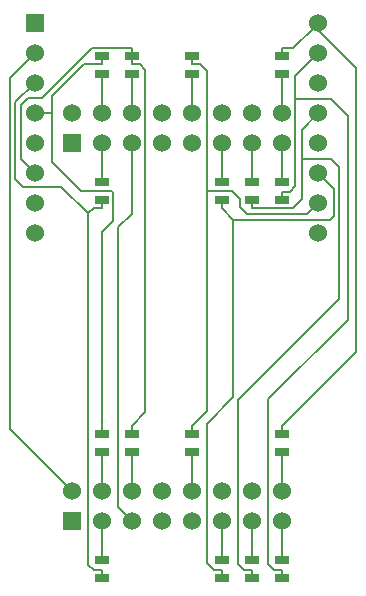
<source format=gtl>
G04 (created by PCBNEW-RS274X (2011-aug-04)-testing) date Wed 17 Apr 2013 04:19:54 PM PDT*
G01*
G70*
G90*
%MOIN*%
G04 Gerber Fmt 3.4, Leading zero omitted, Abs format*
%FSLAX34Y34*%
G04 APERTURE LIST*
%ADD10C,0.006000*%
%ADD11R,0.060000X0.060000*%
%ADD12C,0.060000*%
%ADD13R,0.045000X0.025000*%
%ADD14C,0.008000*%
G04 APERTURE END LIST*
G54D10*
G54D11*
X22799Y-39398D03*
G54D12*
X22799Y-38398D03*
X23799Y-39398D03*
X23799Y-38398D03*
X24799Y-39398D03*
X24799Y-38398D03*
X25799Y-39398D03*
X25799Y-38398D03*
X26799Y-39398D03*
X26799Y-38398D03*
X27799Y-39398D03*
X27799Y-38398D03*
X28799Y-39398D03*
X28799Y-38398D03*
X29799Y-39398D03*
X29799Y-38398D03*
G54D11*
X22799Y-26799D03*
G54D12*
X22799Y-25799D03*
X23799Y-26799D03*
X23799Y-25799D03*
X24799Y-26799D03*
X24799Y-25799D03*
X25799Y-26799D03*
X25799Y-25799D03*
X26799Y-26799D03*
X26799Y-25799D03*
X27799Y-26799D03*
X27799Y-25799D03*
X28799Y-26799D03*
X28799Y-25799D03*
X29799Y-26799D03*
X29799Y-25799D03*
X31023Y-29800D03*
X31023Y-28800D03*
X31023Y-27800D03*
X31023Y-26800D03*
X31023Y-25800D03*
X31023Y-24800D03*
X31023Y-23800D03*
X31023Y-22800D03*
G54D11*
X21574Y-22800D03*
G54D12*
X21574Y-23800D03*
X21574Y-24800D03*
X21574Y-25800D03*
X21574Y-26800D03*
X21574Y-27800D03*
X21574Y-28800D03*
X21574Y-29800D03*
G54D13*
X28800Y-40700D03*
X28800Y-41300D03*
X28800Y-28100D03*
X28800Y-28700D03*
X23800Y-40700D03*
X23800Y-41300D03*
X23800Y-28100D03*
X23800Y-28700D03*
X23800Y-37100D03*
X23800Y-36500D03*
X23800Y-24500D03*
X23800Y-23900D03*
X26800Y-37100D03*
X26800Y-36500D03*
X26800Y-24500D03*
X26800Y-23900D03*
X24800Y-37100D03*
X24800Y-36500D03*
X24800Y-24500D03*
X24800Y-23900D03*
X27800Y-40700D03*
X27800Y-41300D03*
X27800Y-28100D03*
X27800Y-28700D03*
X29800Y-40700D03*
X29800Y-41300D03*
X29800Y-28100D03*
X29800Y-28700D03*
X29800Y-37100D03*
X29800Y-36500D03*
X29800Y-24500D03*
X29800Y-23900D03*
G54D14*
X28799Y-40432D02*
X28799Y-39398D01*
X28800Y-40432D02*
X28799Y-40432D01*
X28800Y-40700D02*
X28800Y-40432D01*
X23799Y-27832D02*
X23799Y-26799D01*
X23800Y-27832D02*
X23799Y-27832D01*
X23800Y-28100D02*
X23800Y-27832D01*
X23799Y-24768D02*
X23799Y-25799D01*
X23800Y-24768D02*
X23799Y-24768D01*
X23800Y-24500D02*
X23800Y-24768D01*
X26799Y-24768D02*
X26799Y-25799D01*
X26800Y-24768D02*
X26799Y-24768D01*
X26800Y-24500D02*
X26800Y-24768D01*
X24799Y-24768D02*
X24799Y-25799D01*
X24800Y-24768D02*
X24799Y-24768D01*
X24800Y-24500D02*
X24800Y-24768D01*
X27799Y-27832D02*
X27799Y-26799D01*
X27800Y-27832D02*
X27799Y-27832D01*
X27800Y-28100D02*
X27800Y-27832D01*
X29799Y-27832D02*
X29799Y-26799D01*
X29800Y-27832D02*
X29799Y-27832D01*
X29800Y-28100D02*
X29800Y-27832D01*
X29799Y-24768D02*
X29799Y-25799D01*
X29800Y-24768D02*
X29799Y-24768D01*
X29800Y-24500D02*
X29800Y-24768D01*
X23799Y-40432D02*
X23799Y-39398D01*
X23800Y-40432D02*
X23799Y-40432D01*
X23800Y-40700D02*
X23800Y-40432D01*
X23799Y-37368D02*
X23799Y-38398D01*
X23800Y-37368D02*
X23799Y-37368D01*
X23800Y-37100D02*
X23800Y-37368D01*
X26799Y-37368D02*
X26799Y-38398D01*
X26800Y-37368D02*
X26799Y-37368D01*
X26800Y-37100D02*
X26800Y-37368D01*
X24799Y-37368D02*
X24799Y-38398D01*
X24800Y-37368D02*
X24799Y-37368D01*
X24800Y-37100D02*
X24800Y-37368D01*
X27799Y-40432D02*
X27799Y-39398D01*
X27800Y-40432D02*
X27799Y-40432D01*
X27800Y-40700D02*
X27800Y-40432D01*
X29799Y-40432D02*
X29799Y-39398D01*
X29800Y-40432D02*
X29799Y-40432D01*
X29800Y-40700D02*
X29800Y-40432D01*
X29799Y-37368D02*
X29799Y-38398D01*
X29800Y-37368D02*
X29799Y-37368D01*
X29800Y-37100D02*
X29800Y-37368D01*
X28799Y-27832D02*
X28799Y-26799D01*
X28800Y-27832D02*
X28799Y-27832D01*
X28800Y-28100D02*
X28800Y-27832D01*
X20744Y-36343D02*
X22799Y-38398D01*
X20744Y-24630D02*
X20744Y-36343D01*
X21574Y-23800D02*
X20744Y-24630D01*
X24799Y-29158D02*
X24799Y-26799D01*
X24343Y-29614D02*
X24799Y-29158D01*
X24343Y-38942D02*
X24343Y-29614D01*
X24799Y-39398D02*
X24343Y-38942D01*
X23800Y-23900D02*
X23800Y-24168D01*
X22131Y-25800D02*
X21574Y-25800D01*
X22131Y-25243D02*
X22131Y-25800D01*
X23206Y-24168D02*
X22131Y-25243D01*
X23800Y-24168D02*
X23206Y-24168D01*
X23800Y-29768D02*
X23800Y-36500D01*
X24186Y-29382D02*
X23800Y-29768D01*
X24186Y-28452D02*
X24186Y-29382D01*
X24147Y-28413D02*
X24186Y-28452D01*
X23112Y-28413D02*
X24147Y-28413D01*
X22131Y-27432D02*
X23112Y-28413D01*
X22131Y-25800D02*
X22131Y-27432D01*
X29800Y-23900D02*
X29800Y-23632D01*
X30191Y-23632D02*
X30897Y-22926D01*
X29800Y-23632D02*
X30191Y-23632D01*
X30897Y-22926D02*
X31023Y-22800D01*
X29800Y-36500D02*
X29800Y-36232D01*
X32277Y-24306D02*
X30897Y-22926D01*
X32277Y-33755D02*
X32277Y-24306D01*
X29800Y-36232D02*
X32277Y-33755D01*
X29800Y-28700D02*
X29800Y-28432D01*
X29800Y-41300D02*
X29800Y-41032D01*
X31445Y-25344D02*
X30252Y-25344D01*
X32002Y-25901D02*
X31445Y-25344D01*
X32002Y-32690D02*
X32002Y-25901D01*
X29345Y-35347D02*
X32002Y-32690D01*
X29345Y-40845D02*
X29345Y-35347D01*
X29532Y-41032D02*
X29345Y-40845D01*
X29800Y-41032D02*
X29532Y-41032D01*
X30252Y-24571D02*
X30252Y-25344D01*
X31023Y-23800D02*
X30252Y-24571D01*
X30068Y-28432D02*
X29800Y-28432D01*
X30252Y-28248D02*
X30068Y-28432D01*
X30252Y-25344D02*
X30252Y-28248D01*
X27800Y-28700D02*
X27800Y-28968D01*
X28188Y-35263D02*
X28188Y-29356D01*
X27299Y-36152D02*
X28188Y-35263D01*
X27299Y-40799D02*
X27299Y-36152D01*
X27532Y-41032D02*
X27299Y-40799D01*
X27800Y-41032D02*
X27532Y-41032D01*
X27800Y-28968D02*
X28188Y-29356D01*
X31544Y-28321D02*
X31023Y-27800D01*
X31544Y-29223D02*
X31544Y-28321D01*
X31411Y-29356D02*
X31544Y-29223D01*
X28188Y-29356D02*
X31411Y-29356D01*
X27800Y-41300D02*
X27800Y-41032D01*
X26800Y-23900D02*
X26800Y-24168D01*
X26800Y-36500D02*
X26800Y-36232D01*
X27299Y-24399D02*
X27299Y-28400D01*
X27068Y-24168D02*
X27299Y-24399D01*
X26800Y-24168D02*
X27068Y-24168D01*
X27299Y-35733D02*
X26800Y-36232D01*
X27299Y-28400D02*
X27299Y-35733D01*
X28147Y-28400D02*
X27299Y-28400D01*
X28411Y-28664D02*
X28147Y-28400D01*
X28411Y-28947D02*
X28411Y-28664D01*
X28637Y-29173D02*
X28411Y-28947D01*
X30650Y-29173D02*
X28637Y-29173D01*
X31023Y-28800D02*
X30650Y-29173D01*
X23800Y-41300D02*
X23800Y-41032D01*
X22462Y-28256D02*
X23353Y-29147D01*
X21174Y-28256D02*
X22462Y-28256D01*
X20928Y-28010D02*
X21174Y-28256D01*
X20928Y-25446D02*
X20928Y-28010D01*
X21574Y-24800D02*
X20928Y-25446D01*
X23532Y-28968D02*
X23353Y-29147D01*
X23800Y-28968D02*
X23532Y-28968D01*
X23532Y-41032D02*
X23800Y-41032D01*
X23353Y-40853D02*
X23532Y-41032D01*
X23353Y-29147D02*
X23353Y-40853D01*
X23800Y-28700D02*
X23800Y-28968D01*
X28800Y-28700D02*
X28800Y-28968D01*
X30467Y-28671D02*
X30467Y-27318D01*
X30170Y-28968D02*
X30467Y-28671D01*
X28800Y-28968D02*
X30170Y-28968D01*
X30467Y-26356D02*
X31023Y-25800D01*
X30467Y-27318D02*
X30467Y-26356D01*
X28532Y-41032D02*
X28800Y-41032D01*
X28343Y-40843D02*
X28532Y-41032D01*
X28343Y-35369D02*
X28343Y-40843D01*
X31728Y-31984D02*
X28343Y-35369D01*
X31728Y-27583D02*
X31728Y-31984D01*
X31463Y-27318D02*
X31728Y-27583D01*
X30467Y-27318D02*
X31463Y-27318D01*
X28800Y-41300D02*
X28800Y-41032D01*
X21112Y-27338D02*
X21574Y-27800D01*
X21112Y-25523D02*
X21112Y-27338D01*
X21335Y-25300D02*
X21112Y-25523D01*
X21809Y-25300D02*
X21335Y-25300D01*
X23477Y-23632D02*
X21809Y-25300D01*
X24800Y-23632D02*
X23477Y-23632D01*
X24800Y-23900D02*
X24800Y-23632D01*
X25068Y-24168D02*
X24800Y-24168D01*
X25255Y-24355D02*
X25068Y-24168D01*
X25255Y-35777D02*
X25255Y-24355D01*
X24800Y-36232D02*
X25255Y-35777D01*
X24800Y-36500D02*
X24800Y-36232D01*
X24800Y-23900D02*
X24800Y-24168D01*
M02*

</source>
